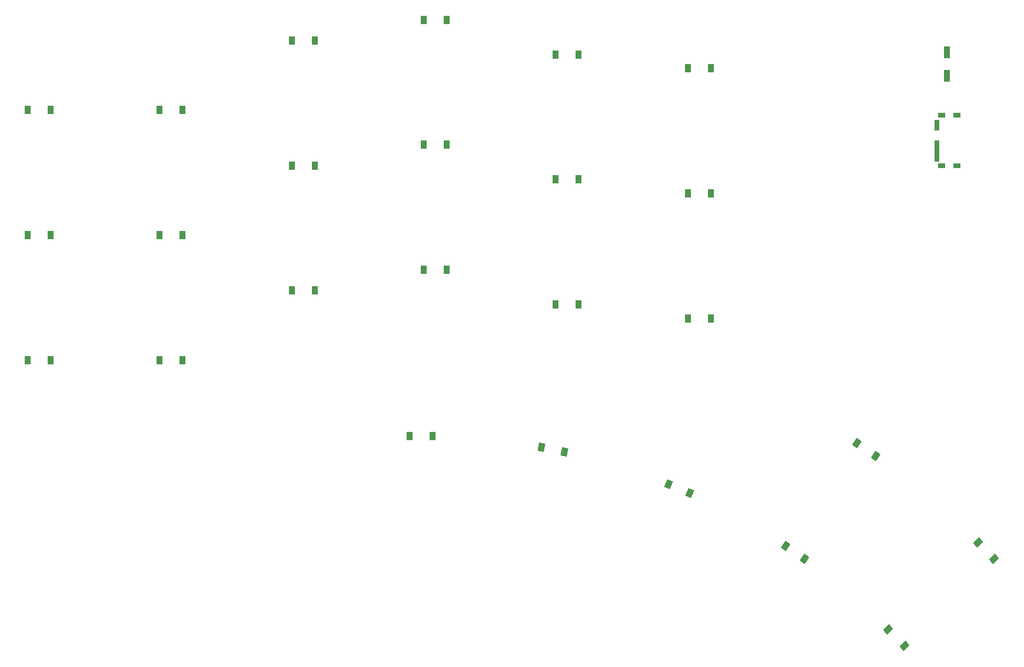
<source format=gbr>
%TF.GenerationSoftware,KiCad,Pcbnew,7.0.2-6a45011f42~172~ubuntu22.04.1*%
%TF.CreationDate,2023-05-10T23:38:50+02:00*%
%TF.ProjectId,keyboard,6b657962-6f61-4726-942e-6b696361645f,v1.0.0*%
%TF.SameCoordinates,Original*%
%TF.FileFunction,Paste,Bot*%
%TF.FilePolarity,Positive*%
%FSLAX46Y46*%
G04 Gerber Fmt 4.6, Leading zero omitted, Abs format (unit mm)*
G04 Created by KiCad (PCBNEW 7.0.2-6a45011f42~172~ubuntu22.04.1) date 2023-05-10 23:38:50*
%MOMM*%
%LPD*%
G01*
G04 APERTURE LIST*
G04 Aperture macros list*
%AMRotRect*
0 Rectangle, with rotation*
0 The origin of the aperture is its center*
0 $1 length*
0 $2 width*
0 $3 Rotation angle, in degrees counterclockwise*
0 Add horizontal line*
21,1,$1,$2,0,0,$3*%
G04 Aperture macros list end*
%ADD10R,0.900000X1.200000*%
%ADD11RotRect,0.900000X1.200000X337.000000*%
%ADD12RotRect,0.900000X1.200000X314.000000*%
%ADD13RotRect,0.900000X1.200000X325.500000*%
%ADD14R,1.000000X0.800000*%
%ADD15R,0.700000X1.500000*%
%ADD16R,0.900000X1.700000*%
%ADD17RotRect,0.900000X1.200000X348.500000*%
G04 APERTURE END LIST*
D10*
%TO.C,D1*%
X98350000Y-105000000D03*
X101650000Y-105000000D03*
%TD*%
%TO.C,D7*%
X136350000Y-95000000D03*
X139650000Y-95000000D03*
%TD*%
%TO.C,D14*%
X174350000Y-79000000D03*
X177650000Y-79000000D03*
%TD*%
D11*
%TO.C,D21*%
X190600624Y-122907333D03*
X193638290Y-124196745D03*
%TD*%
D12*
%TO.C,D24*%
X222191095Y-143820544D03*
X224483467Y-146194366D03*
%TD*%
D10*
%TO.C,D9*%
X136350000Y-59000000D03*
X139650000Y-59000000D03*
%TD*%
%TO.C,D3*%
X98350000Y-69000000D03*
X101650000Y-69000000D03*
%TD*%
D13*
%TO.C,D23*%
X217644097Y-116939171D03*
X220363713Y-118808311D03*
%TD*%
D10*
%TO.C,D13*%
X174350000Y-97000000D03*
X177650000Y-97000000D03*
%TD*%
%TO.C,D19*%
X153350000Y-116000000D03*
X156650000Y-116000000D03*
%TD*%
D14*
%TO.C,*%
X229870000Y-77050000D03*
X232080000Y-77050000D03*
X229870000Y-69750000D03*
X232080000Y-69750000D03*
D15*
X229220000Y-71150000D03*
X229220000Y-74150000D03*
X229220000Y-75650000D03*
%TD*%
D16*
%TO.C,*%
X230650000Y-64100000D03*
X230650000Y-60700000D03*
%TD*%
D17*
%TO.C,D20*%
X172323078Y-117578196D03*
X175556830Y-118236110D03*
%TD*%
D10*
%TO.C,D10*%
X155350000Y-92000000D03*
X158650000Y-92000000D03*
%TD*%
%TO.C,D17*%
X193350000Y-81000000D03*
X196650000Y-81000000D03*
%TD*%
%TO.C,D2*%
X98350000Y-87000000D03*
X101650000Y-87000000D03*
%TD*%
%TO.C,D8*%
X136350000Y-77000000D03*
X139650000Y-77000000D03*
%TD*%
%TO.C,D5*%
X117350000Y-87000000D03*
X120650000Y-87000000D03*
%TD*%
%TO.C,D11*%
X155350000Y-74000000D03*
X158650000Y-74000000D03*
%TD*%
%TO.C,D16*%
X193350000Y-99000000D03*
X196650000Y-99000000D03*
%TD*%
D12*
%TO.C,D25*%
X235139211Y-131316693D03*
X237431583Y-133690515D03*
%TD*%
D10*
%TO.C,D12*%
X155350000Y-56000000D03*
X158650000Y-56000000D03*
%TD*%
%TO.C,D18*%
X193350000Y-63000000D03*
X196650000Y-63000000D03*
%TD*%
%TO.C,D6*%
X117350000Y-69000000D03*
X120650000Y-69000000D03*
%TD*%
D13*
%TO.C,D22*%
X207448785Y-131773442D03*
X210168401Y-133642582D03*
%TD*%
D10*
%TO.C,D4*%
X117350000Y-105000000D03*
X120650000Y-105000000D03*
%TD*%
%TO.C,D15*%
X174350000Y-61000000D03*
X177650000Y-61000000D03*
%TD*%
M02*

</source>
